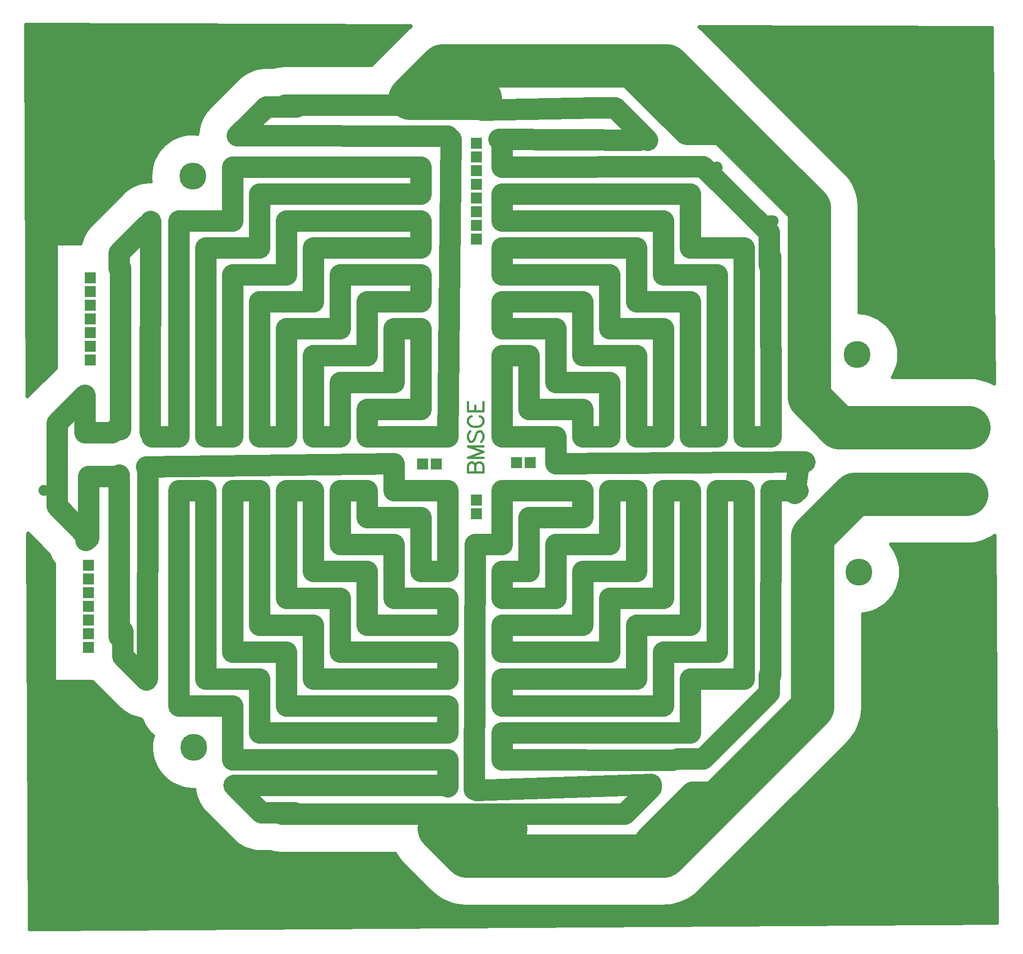
<source format=gbr>
G04 DipTrace 2.4.0.2*
%INTopshortlead.gbr*%
%MOIN*%
%ADD13C,0.0394*%
%ADD14C,0.1575*%
%ADD15C,0.315*%
%ADD16C,0.1969*%
%ADD17C,0.025*%
%ADD18C,0.0787*%
%ADD19R,0.0787X0.0787*%
%ADD20R,0.0591X0.0591*%
%ADD21C,0.0591*%
%ADD35C,0.017*%
%FSLAX44Y44*%
G04*
G70*
G90*
G75*
G01*
%LNTop*%
%LPD*%
X19314Y14563D2*
D13*
X19501D1*
D14*
X21501Y12563D1*
X23939D1*
D13*
X24595Y11907D1*
X24689Y12000D1*
X19751Y62006D2*
D14*
X21876Y64131D1*
X24064D1*
X23939Y64256D1*
X39378Y11375D2*
D15*
X34503D1*
X36503Y9375D1*
X50942D1*
X61818Y20251D1*
Y32753D1*
X64881Y35815D1*
X73069D1*
X37503Y64756D2*
X32377D1*
X34753Y67131D1*
X51192D1*
X61568Y56755D1*
Y42879D1*
X63756Y40691D1*
X73257D1*
X60505Y35878D2*
D14*
X60818Y38003D1*
X53130Y59755D2*
X53817D1*
X58630Y54942D1*
Y52567D1*
X58755Y52692D1*
X51942Y16501D2*
X53817D1*
X58630Y21314D1*
Y22626D1*
X58755Y22751D1*
Y24377D1*
X46066Y12438D2*
X48067D1*
X50004Y14376D1*
X11125Y52317D2*
Y53442D1*
X13125Y55442D1*
X13250D1*
X11375Y25814D2*
Y24002D1*
X13125Y22251D1*
X45879Y64068D2*
X47379D1*
X49754Y61693D1*
X49629Y10688D2*
X53005Y14063D1*
X54505D1*
X48754Y66194D2*
D16*
X52630Y62318D1*
X55067D1*
X11063Y37128D2*
D14*
X8875D1*
Y32628D1*
X8688Y32440D1*
X11063Y40753D2*
X10625Y40316D1*
X8625D1*
Y43066D1*
X6562Y41003D1*
Y34940D1*
X8875Y32628D1*
X4339Y69883D2*
D17*
X32285D1*
X53659D2*
X74664D1*
X4339Y69634D2*
X32027D1*
X53917D2*
X74922D1*
X4339Y69385D2*
X31781D1*
X54163D2*
X74922D1*
X4343Y69137D2*
X31531D1*
X54413D2*
X74926D1*
X4343Y68888D2*
X31281D1*
X54663D2*
X74926D1*
X4343Y68639D2*
X31035D1*
X54909D2*
X74926D1*
X4343Y68391D2*
X30785D1*
X55159D2*
X74930D1*
X4347Y68142D2*
X30535D1*
X55409D2*
X74930D1*
X4347Y67893D2*
X30289D1*
X55655D2*
X74930D1*
X4347Y67645D2*
X30039D1*
X55905D2*
X74934D1*
X4347Y67396D2*
X29789D1*
X56155D2*
X74934D1*
X4347Y67147D2*
X23148D1*
X56401D2*
X74937D1*
X4351Y66899D2*
X21016D1*
X56651D2*
X74937D1*
X4351Y66650D2*
X20434D1*
X56901D2*
X74937D1*
X4351Y66401D2*
X20062D1*
X57148D2*
X74941D1*
X4351Y66152D2*
X19785D1*
X57398D2*
X74941D1*
X4355Y65904D2*
X19535D1*
X57648D2*
X74941D1*
X4355Y65655D2*
X19289D1*
X57894D2*
X74945D1*
X4355Y65406D2*
X19039D1*
X58144D2*
X74945D1*
X4355Y65158D2*
X18789D1*
X58394D2*
X74945D1*
X4359Y64909D2*
X18543D1*
X58640D2*
X74949D1*
X4359Y64660D2*
X18293D1*
X58890D2*
X74949D1*
X4359Y64412D2*
X18043D1*
X59140D2*
X74953D1*
X4359Y64163D2*
X17797D1*
X59386D2*
X74953D1*
X4362Y63914D2*
X17555D1*
X59636D2*
X74953D1*
X4362Y63666D2*
X17359D1*
X59886D2*
X74957D1*
X4362Y63417D2*
X17203D1*
X60132D2*
X74957D1*
X4362Y63168D2*
X17078D1*
X60382D2*
X74957D1*
X4366Y62920D2*
X16984D1*
X60632D2*
X74961D1*
X4366Y62671D2*
X16914D1*
X60878D2*
X74961D1*
X4366Y62422D2*
X16867D1*
X61128D2*
X74961D1*
X4366Y62173D2*
X16840D1*
X61378D2*
X74965D1*
X4370Y61925D2*
X15305D1*
X61624D2*
X74965D1*
X4370Y61676D2*
X14824D1*
X61874D2*
X74969D1*
X4370Y61427D2*
X14484D1*
X62124D2*
X74969D1*
X4370Y61179D2*
X14223D1*
X62370D2*
X74969D1*
X4370Y60930D2*
X14012D1*
X62620D2*
X74973D1*
X4374Y60681D2*
X13844D1*
X62870D2*
X74973D1*
X4374Y60433D2*
X13707D1*
X63116D2*
X74973D1*
X4374Y60184D2*
X13598D1*
X63366D2*
X74976D1*
X4374Y59935D2*
X13512D1*
X63616D2*
X74976D1*
X4378Y59687D2*
X13449D1*
X63862D2*
X74980D1*
X4378Y59438D2*
X13410D1*
X64112D2*
X74980D1*
X4378Y59189D2*
X13391D1*
X64351D2*
X74980D1*
X4378Y58941D2*
X13391D1*
X64550D2*
X74984D1*
X4382Y58692D2*
X13410D1*
X64722D2*
X74984D1*
X4382Y58443D2*
X12309D1*
X64862D2*
X74984D1*
X4382Y58194D2*
X11824D1*
X64980D2*
X74988D1*
X4382Y57946D2*
X11492D1*
X65073D2*
X74988D1*
X4386Y57697D2*
X11234D1*
X65148D2*
X74988D1*
X4386Y57448D2*
X11019D1*
X65206D2*
X74992D1*
X4386Y57200D2*
X10769D1*
X65245D2*
X74992D1*
X4386Y56951D2*
X10519D1*
X65265D2*
X74996D1*
X4390Y56702D2*
X10273D1*
X65273D2*
X74996D1*
X4390Y56454D2*
X10023D1*
X65273D2*
X74996D1*
X4390Y56205D2*
X9773D1*
X65273D2*
X75000D1*
X4390Y55956D2*
X9527D1*
X65273D2*
X75000D1*
X4390Y55708D2*
X9277D1*
X65273D2*
X75000D1*
X4394Y55459D2*
X9027D1*
X65273D2*
X75004D1*
X4394Y55210D2*
X8812D1*
X65273D2*
X75004D1*
X4394Y54962D2*
X8641D1*
X65273D2*
X75004D1*
X4394Y54713D2*
X8504D1*
X65273D2*
X75008D1*
X4398Y54464D2*
X8394D1*
X65273D2*
X75008D1*
X4398Y54215D2*
X8316D1*
X65273D2*
X75012D1*
X4398Y53967D2*
X6476D1*
X65273D2*
X75012D1*
X4398Y53718D2*
X6476D1*
X65273D2*
X75012D1*
X4401Y53469D2*
X6476D1*
X65273D2*
X75016D1*
X4401Y53221D2*
X6476D1*
X65273D2*
X75016D1*
X4401Y52972D2*
X6476D1*
X65273D2*
X75016D1*
X4401Y52723D2*
X6476D1*
X65273D2*
X75019D1*
X4405Y52475D2*
X6476D1*
X65273D2*
X75019D1*
X4405Y52226D2*
X6476D1*
X65273D2*
X75019D1*
X4405Y51977D2*
X6476D1*
X65273D2*
X75023D1*
X4405Y51729D2*
X6476D1*
X65273D2*
X75023D1*
X4409Y51480D2*
X6476D1*
X65273D2*
X75027D1*
X4409Y51231D2*
X6476D1*
X65273D2*
X75027D1*
X4409Y50983D2*
X6476D1*
X65273D2*
X75027D1*
X4409Y50734D2*
X6476D1*
X65273D2*
X75031D1*
X4413Y50485D2*
X6476D1*
X65273D2*
X75031D1*
X4413Y50236D2*
X6476D1*
X65273D2*
X75031D1*
X4413Y49988D2*
X6476D1*
X65273D2*
X75035D1*
X4413Y49739D2*
X6476D1*
X65273D2*
X75035D1*
X4413Y49490D2*
X6476D1*
X65273D2*
X75035D1*
X4417Y49242D2*
X6476D1*
X65273D2*
X75039D1*
X4417Y48993D2*
X6476D1*
X65866D2*
X75039D1*
X4417Y48744D2*
X6476D1*
X66515D2*
X75043D1*
X4417Y48496D2*
X6476D1*
X66917D2*
X75043D1*
X4421Y48247D2*
X6476D1*
X67214D2*
X75043D1*
X4421Y47998D2*
X6476D1*
X67452D2*
X75047D1*
X4421Y47750D2*
X6476D1*
X67640D2*
X75047D1*
X4421Y47501D2*
X6476D1*
X67792D2*
X75047D1*
X4425Y47252D2*
X6476D1*
X67917D2*
X75051D1*
X4425Y47004D2*
X6476D1*
X68015D2*
X75051D1*
X4425Y46755D2*
X6476D1*
X68089D2*
X75051D1*
X4425Y46506D2*
X6476D1*
X68140D2*
X75055D1*
X4429Y46257D2*
X6476D1*
X68171D2*
X75055D1*
X4429Y46009D2*
X6476D1*
X68183D2*
X75059D1*
X4429Y45760D2*
X6476D1*
X68171D2*
X75059D1*
X4429Y45511D2*
X6476D1*
X68140D2*
X75059D1*
X4433Y45263D2*
X6476D1*
X68089D2*
X75062D1*
X4433Y45014D2*
X6461D1*
X68019D2*
X75062D1*
X4433Y44765D2*
X6211D1*
X67921D2*
X75062D1*
X4433Y44517D2*
X5961D1*
X67800D2*
X75066D1*
X4437Y44268D2*
X5715D1*
X74140D2*
X75066D1*
X4437Y44019D2*
X5465D1*
X74847D2*
X75066D1*
X4437Y43771D2*
X5215D1*
X4437Y43522D2*
X4969D1*
X4437Y43273D2*
X4719D1*
X4480Y32828D2*
X4564D1*
X4480Y32580D2*
X4809D1*
X74843D2*
X75133D1*
X4480Y32331D2*
X5059D1*
X74273D2*
X75137D1*
X4480Y32082D2*
X5309D1*
X67609D2*
X75137D1*
X4484Y31834D2*
X5555D1*
X67792D2*
X75137D1*
X4484Y31585D2*
X5805D1*
X67941D2*
X75141D1*
X4484Y31336D2*
X5992D1*
X68058D2*
X75141D1*
X4484Y31088D2*
X6109D1*
X68151D2*
X75141D1*
X4484Y30839D2*
X6254D1*
X68222D2*
X75144D1*
X4487Y30590D2*
X6351D1*
X68273D2*
X75144D1*
X4487Y30341D2*
X6351D1*
X68300D2*
X75144D1*
X4487Y30093D2*
X6351D1*
X68308D2*
X75148D1*
X4487Y29844D2*
X6351D1*
X68292D2*
X75148D1*
X4491Y29595D2*
X6351D1*
X68261D2*
X75152D1*
X4491Y29347D2*
X6351D1*
X68206D2*
X75152D1*
X4491Y29098D2*
X6351D1*
X68128D2*
X75152D1*
X4491Y28849D2*
X6351D1*
X68030D2*
X75156D1*
X4495Y28601D2*
X6351D1*
X67901D2*
X75156D1*
X4495Y28352D2*
X6351D1*
X67745D2*
X75156D1*
X4495Y28103D2*
X6351D1*
X67550D2*
X75160D1*
X4495Y27855D2*
X6351D1*
X67308D2*
X75160D1*
X4499Y27606D2*
X6351D1*
X66999D2*
X75160D1*
X4499Y27357D2*
X6351D1*
X66581D2*
X75164D1*
X4499Y27109D2*
X6351D1*
X65866D2*
X75164D1*
X4499Y26860D2*
X6351D1*
X65523D2*
X75168D1*
X4503Y26611D2*
X6351D1*
X65523D2*
X75168D1*
X4503Y26362D2*
X6351D1*
X65523D2*
X75168D1*
X4503Y26114D2*
X6351D1*
X65523D2*
X75172D1*
X4503Y25865D2*
X6351D1*
X65523D2*
X75172D1*
X4507Y25616D2*
X6351D1*
X65523D2*
X75172D1*
X4507Y25368D2*
X6351D1*
X65523D2*
X75176D1*
X4507Y25119D2*
X6351D1*
X65523D2*
X75176D1*
X4507Y24870D2*
X6351D1*
X65523D2*
X75176D1*
X4507Y24622D2*
X6351D1*
X65523D2*
X75180D1*
X4511Y24373D2*
X6351D1*
X65523D2*
X75180D1*
X4511Y24124D2*
X6351D1*
X65523D2*
X75184D1*
X4511Y23876D2*
X6351D1*
X65523D2*
X75184D1*
X4511Y23627D2*
X6351D1*
X65523D2*
X75184D1*
X4515Y23378D2*
X6351D1*
X65523D2*
X75187D1*
X4515Y23130D2*
X6351D1*
X65523D2*
X75187D1*
X4515Y22881D2*
X6351D1*
X65523D2*
X75187D1*
X4515Y22632D2*
X6351D1*
X65523D2*
X75191D1*
X4519Y22383D2*
X6351D1*
X65523D2*
X75191D1*
X4519Y22135D2*
X6351D1*
X65523D2*
X75191D1*
X4519Y21886D2*
X9379D1*
X65523D2*
X75195D1*
X4519Y21637D2*
X9625D1*
X65523D2*
X75195D1*
X4523Y21389D2*
X9875D1*
X65523D2*
X75199D1*
X4523Y21140D2*
X10125D1*
X65523D2*
X75199D1*
X4523Y20891D2*
X10371D1*
X65523D2*
X75199D1*
X4523Y20643D2*
X10621D1*
X65523D2*
X75203D1*
X4526Y20394D2*
X10871D1*
X65523D2*
X75203D1*
X4526Y20145D2*
X11121D1*
X65519D2*
X75203D1*
X4526Y19897D2*
X11426D1*
X65503D2*
X75207D1*
X4526Y19648D2*
X11844D1*
X65472D2*
X75207D1*
X4530Y19399D2*
X12629D1*
X65421D2*
X75207D1*
X4530Y19150D2*
X12820D1*
X65355D2*
X75211D1*
X4530Y18902D2*
X12945D1*
X65265D2*
X75211D1*
X4530Y18653D2*
X13109D1*
X65155D2*
X75215D1*
X4530Y18404D2*
X13312D1*
X65023D2*
X75215D1*
X4534Y18156D2*
X13566D1*
X64866D2*
X75215D1*
X4534Y17907D2*
X13508D1*
X64679D2*
X75219D1*
X4534Y17658D2*
X13469D1*
X64452D2*
X75219D1*
X4534Y17410D2*
X13453D1*
X64202D2*
X75219D1*
X4538Y17161D2*
X13453D1*
X63956D2*
X75223D1*
X4538Y16912D2*
X13476D1*
X63706D2*
X75223D1*
X4538Y16664D2*
X13519D1*
X63456D2*
X75223D1*
X4538Y16415D2*
X13586D1*
X63210D2*
X75226D1*
X4542Y16166D2*
X13672D1*
X62960D2*
X75226D1*
X4542Y15918D2*
X13785D1*
X62710D2*
X75230D1*
X4542Y15669D2*
X13926D1*
X62464D2*
X75230D1*
X4542Y15420D2*
X14098D1*
X62214D2*
X75230D1*
X4546Y15171D2*
X14316D1*
X61964D2*
X75234D1*
X4546Y14923D2*
X14586D1*
X61718D2*
X75234D1*
X4546Y14674D2*
X14937D1*
X61468D2*
X75234D1*
X4546Y14425D2*
X15445D1*
X61218D2*
X75238D1*
X4550Y14177D2*
X16613D1*
X60972D2*
X75238D1*
X4550Y13928D2*
X16656D1*
X60722D2*
X75238D1*
X4550Y13679D2*
X16723D1*
X60472D2*
X75242D1*
X4550Y13431D2*
X16816D1*
X60226D2*
X75242D1*
X4550Y13182D2*
X16937D1*
X59976D2*
X75246D1*
X4554Y12933D2*
X17090D1*
X59726D2*
X75246D1*
X4554Y12685D2*
X17277D1*
X59480D2*
X75246D1*
X4554Y12436D2*
X17516D1*
X59230D2*
X75250D1*
X4554Y12187D2*
X17766D1*
X58980D2*
X75250D1*
X4558Y11939D2*
X18012D1*
X58734D2*
X75250D1*
X4558Y11690D2*
X18262D1*
X58484D2*
X75254D1*
X4558Y11441D2*
X18512D1*
X58234D2*
X75254D1*
X4558Y11192D2*
X18758D1*
X57987D2*
X75254D1*
X4562Y10944D2*
X19008D1*
X57737D2*
X75258D1*
X4562Y10695D2*
X19258D1*
X57487D2*
X75258D1*
X4562Y10446D2*
X19508D1*
X57241D2*
X75262D1*
X4562Y10198D2*
X19812D1*
X56991D2*
X75262D1*
X4566Y9949D2*
X20242D1*
X56741D2*
X75262D1*
X4566Y9700D2*
X21074D1*
X56495D2*
X75266D1*
X4566Y9452D2*
X31344D1*
X56245D2*
X75266D1*
X4566Y9203D2*
X31508D1*
X55995D2*
X75266D1*
X4569Y8954D2*
X31707D1*
X55749D2*
X75269D1*
X4569Y8706D2*
X31945D1*
X55499D2*
X75269D1*
X4569Y8457D2*
X32195D1*
X55249D2*
X75269D1*
X4569Y8208D2*
X32441D1*
X55003D2*
X75273D1*
X4573Y7960D2*
X32691D1*
X54753D2*
X75273D1*
X4573Y7711D2*
X32941D1*
X54503D2*
X75277D1*
X4573Y7462D2*
X33187D1*
X54257D2*
X75277D1*
X4573Y7213D2*
X33437D1*
X54007D2*
X75277D1*
X4573Y6965D2*
X33687D1*
X53757D2*
X75281D1*
X4577Y6716D2*
X33937D1*
X53507D2*
X75281D1*
X4577Y6467D2*
X34226D1*
X53218D2*
X75281D1*
X4577Y6219D2*
X34590D1*
X52855D2*
X75285D1*
X4577Y5970D2*
X35086D1*
X52359D2*
X75285D1*
X4581Y5721D2*
X36055D1*
X51390D2*
X75285D1*
X4581Y5473D2*
X75289D1*
X4581Y5224D2*
X75289D1*
X4581Y4975D2*
X75293D1*
X4585Y4727D2*
X75293D1*
X4585Y4478D2*
X72348D1*
X4585Y4229D2*
X37035D1*
X13442Y58646D2*
X13420Y58867D1*
X13413Y59117D1*
X13428Y59367D1*
X13462Y59614D1*
X13516Y59858D1*
X13590Y60097D1*
X13683Y60329D1*
X13794Y60553D1*
X13923Y60767D1*
X14069Y60970D1*
X14230Y61161D1*
X14407Y61337D1*
X14598Y61499D1*
X14800Y61645D1*
X15014Y61774D1*
X15238Y61886D1*
X15470Y61979D1*
X15709Y62052D1*
X15953Y62107D1*
X16201Y62141D1*
X16450Y62155D1*
X16700Y62149D1*
X16859Y62134D1*
X16893Y62442D1*
X16942Y62688D1*
X17011Y62928D1*
X17101Y63161D1*
X17211Y63385D1*
X17339Y63600D1*
X17486Y63802D1*
X17707Y64050D1*
X19922Y66261D1*
X20114Y66422D1*
X20318Y66566D1*
X20534Y66691D1*
X20761Y66798D1*
X20995Y66884D1*
X21236Y66950D1*
X21482Y66995D1*
X21731Y67018D1*
X22412Y67022D1*
X22679Y67090D1*
X22926Y67130D1*
X23257Y67149D1*
X29581D1*
X29865Y67445D1*
X32242Y69819D1*
X32439Y69991D1*
X32444Y70032D1*
X4316Y70131D1*
X4318Y68757D1*
X4418Y42942D1*
X5048Y43578D1*
X6504Y45034D1*
X6503Y49126D1*
Y54126D1*
X8319D1*
X8366Y54304D1*
X8451Y54539D1*
X8555Y54766D1*
X8679Y54983D1*
X8821Y55188D1*
X8981Y55381D1*
X9611Y56017D1*
X11103Y57508D1*
X11263Y57700D1*
X11439Y57878D1*
X11630Y58040D1*
X11833Y58184D1*
X12049Y58311D1*
X12274Y58419D1*
X12508Y58506D1*
X12749Y58573D1*
X12995Y58619D1*
X13243Y58644D1*
X13443Y58648D1*
X16628Y14227D2*
X16414Y14229D1*
X16165Y14251D1*
X15918Y14294D1*
X15676Y14356D1*
X15440Y14437D1*
X15211Y14538D1*
X14991Y14656D1*
X14781Y14792D1*
X14583Y14944D1*
X14398Y15112D1*
X14227Y15295D1*
X14071Y15490D1*
X13932Y15698D1*
X13810Y15916D1*
X13706Y16143D1*
X13621Y16378D1*
X13555Y16619D1*
X13508Y16865D1*
X13482Y17113D1*
X13476Y17363D1*
X13490Y17612D1*
X13524Y17860D1*
X13593Y18153D1*
X13386Y18350D1*
X13221Y18538D1*
X13073Y18739D1*
X12943Y18953D1*
X12832Y19177D1*
X12768Y19334D1*
X12689Y19394D1*
X12443Y19442D1*
X12203Y19512D1*
X11970Y19601D1*
X11746Y19711D1*
X11531Y19840D1*
X11329Y19986D1*
X11081Y20207D1*
X9200Y22098D1*
X9122Y22129D1*
X6378D1*
X6382Y27124D1*
X6378Y27379D1*
X6382Y28124D1*
X6378Y28379D1*
Y30704D1*
X6275Y30848D1*
X6146Y31062D1*
X6037Y31286D1*
X5977Y31435D1*
X4471Y32944D1*
X4453Y32882D1*
X4562Y4004D1*
X5811Y4009D1*
X75319Y4499D1*
X75157Y32784D1*
X74913Y32632D1*
X74692Y32514D1*
X74464Y32412D1*
X74230Y32325D1*
X73990Y32254D1*
X73746Y32200D1*
X73499Y32162D1*
X73250Y32141D1*
X72569Y32137D1*
X67534D1*
X67640Y32011D1*
X67784Y31807D1*
X67912Y31592D1*
X68021Y31367D1*
X68112Y31134D1*
X68184Y30895D1*
X68237Y30651D1*
X68269Y30403D1*
X68281Y30127D1*
X68271Y29878D1*
X68241Y29629D1*
X68191Y29385D1*
X68121Y29145D1*
X68032Y28911D1*
X67924Y28686D1*
X67798Y28469D1*
X67656Y28264D1*
X67497Y28071D1*
X67323Y27892D1*
X67135Y27727D1*
X66935Y27577D1*
X66723Y27445D1*
X66501Y27330D1*
X66271Y27233D1*
X66033Y27156D1*
X65790Y27098D1*
X65500Y27055D1*
X65496Y26503D1*
X65494Y20126D1*
X65477Y19877D1*
X65443Y19629D1*
X65393Y19384D1*
X65326Y19144D1*
X65242Y18908D1*
X65143Y18679D1*
X65029Y18456D1*
X64899Y18242D1*
X64756Y18038D1*
X64599Y17843D1*
X64331Y17562D1*
X53453Y6687D1*
X53265Y6523D1*
X53066Y6372D1*
X52857Y6234D1*
X52639Y6112D1*
X52413Y6004D1*
X52181Y5912D1*
X51943Y5836D1*
X51700Y5776D1*
X51454Y5733D1*
X51206Y5706D1*
X50817Y5697D1*
X36378Y5699D1*
X36129Y5716D1*
X35881Y5750D1*
X35636Y5800D1*
X35395Y5867D1*
X35160Y5951D1*
X34930Y6050D1*
X34708Y6164D1*
X34494Y6294D1*
X34290Y6437D1*
X34095Y6594D1*
X33814Y6863D1*
X31815Y8864D1*
X31651Y9053D1*
X31499Y9252D1*
X31306Y9549D1*
X22882Y9552D1*
X22633Y9573D1*
X22387Y9616D1*
X22172Y9673D1*
X21376Y9675D1*
X21127Y9696D1*
X20881Y9739D1*
X20640Y9803D1*
X20405Y9888D1*
X20178Y9993D1*
X19961Y10117D1*
X19755Y10259D1*
X19563Y10418D1*
X18927Y11049D1*
X17371Y12609D1*
X17210Y12801D1*
X17066Y13005D1*
X16941Y13221D1*
X16834Y13447D1*
X16748Y13682D1*
X16682Y13923D1*
X16639Y14157D1*
X68154Y45879D2*
X68133Y45630D1*
X68093Y45383D1*
X68033Y45141D1*
X67953Y44904D1*
X67855Y44674D1*
X67738Y44453D1*
X67688Y44369D1*
X73382Y44367D1*
X73631Y44350D1*
X73879Y44316D1*
X74124Y44266D1*
X74364Y44198D1*
X74600Y44115D1*
X74829Y44016D1*
X75096Y43876D1*
X75055Y50623D1*
X74944Y69882D1*
X53550Y69957D1*
X53793Y69732D1*
X64256Y59266D1*
X64420Y59078D1*
X64571Y58879D1*
X64709Y58670D1*
X64831Y58452D1*
X64939Y58227D1*
X65031Y57994D1*
X65108Y57756D1*
X65167Y57514D1*
X65211Y57267D1*
X65237Y57019D1*
X65246Y56630D1*
Y49087D1*
X65516Y49059D1*
X65762Y49013D1*
X66003Y48947D1*
X66238Y48862D1*
X66465Y48758D1*
X66683Y48636D1*
X66891Y48497D1*
X67086Y48341D1*
X67269Y48170D1*
X67437Y47985D1*
X67589Y47787D1*
X67725Y47577D1*
X67844Y47357D1*
X67944Y47128D1*
X68026Y46892D1*
X68088Y46650D1*
X68130Y46404D1*
X68152Y46155D1*
X68154Y45879D1*
D16*
X16501Y59068D3*
X16563Y17313D3*
X65193Y30127D3*
X65068Y46004D3*
D19*
X37253Y54442D3*
Y55442D3*
Y56442D3*
Y57442D3*
Y58442D3*
Y59442D3*
Y60442D3*
Y61442D3*
X9000Y45629D3*
Y46629D3*
Y47629D3*
Y48629D3*
Y49629D3*
Y50629D3*
Y51629D3*
X8875Y24627D3*
Y25627D3*
Y26627D3*
Y27627D3*
Y28627D3*
Y29627D3*
Y30627D3*
D20*
Y24627D3*
D21*
Y25627D3*
Y26627D3*
Y27627D3*
Y28627D3*
Y29627D3*
Y30627D3*
D19*
X33315Y38003D3*
X34315D3*
X40191Y38128D3*
X41191D3*
X37253Y34378D3*
Y35378D3*
Y14188D2*
D14*
X50004Y14626D1*
X19501Y14563D2*
X34909Y14537D1*
X23007Y12440D2*
X34818D1*
X34446D2*
X46257D1*
X19751Y62006D2*
X35159Y61979D1*
X38878Y61756D2*
X49129Y61693D1*
X37633Y63883D2*
X45879Y64068D1*
X23257Y64258D2*
X35068D1*
X13493Y40034D2*
D18*
G02X13493Y40034I13J0D01*
G01*
X15474D2*
D14*
X13506D1*
X13493D2*
D18*
G02X13493Y40034I13J0D01*
G01*
X15461D2*
G02X15461Y40034I13J0D01*
G01*
X15474Y55782D2*
D14*
Y40034D1*
X15461D2*
D18*
G02X15461Y40034I13J0D01*
G01*
Y55782D2*
G02X15461Y55782I13J0D01*
G01*
X19411D2*
D14*
X15474D1*
X15461D2*
D18*
G02X15461Y55782I13J0D01*
G01*
X19398D2*
G02X19398Y55782I13J0D01*
G01*
X19411Y59719D2*
D14*
Y55782D1*
X19398D2*
D18*
G02X19398Y55782I13J0D01*
G01*
Y59719D2*
G02X19398Y59719I13J0D01*
G01*
X33191D2*
D14*
X19411D1*
X19398D2*
D18*
G02X19398Y59719I13J0D01*
G01*
X33178D2*
G02X33178Y59719I13J0D01*
G01*
X33191Y57751D2*
D14*
Y59719D1*
X33178D2*
D18*
G02X33178Y59719I13J0D01*
G01*
Y57751D2*
G02X33178Y57751I13J0D01*
G01*
X21380D2*
D14*
X33191D1*
X33178D2*
D18*
G02X33178Y57751I13J0D01*
G01*
X21367D2*
G02X21367Y57751I13J0D01*
G01*
X21380Y53814D2*
D14*
Y57751D1*
X21367D2*
D18*
G02X21367Y57751I13J0D01*
G01*
Y53814D2*
G02X21367Y53814I13J0D01*
G01*
X17443D2*
D14*
X21380D1*
X21367D2*
D18*
G02X21367Y53814I13J0D01*
G01*
X17430D2*
G02X17430Y53814I13J0D01*
G01*
X17443Y40034D2*
D14*
Y53814D1*
X17430D2*
D18*
G02X17430Y53814I13J0D01*
G01*
Y40034D2*
G02X17430Y40034I13J0D01*
G01*
X19411D2*
D14*
X17443D1*
X17430D2*
D18*
G02X17430Y40034I13J0D01*
G01*
X19398D2*
G02X19398Y40034I13J0D01*
G01*
X19411Y51845D2*
D14*
Y40034D1*
X19398D2*
D18*
G02X19398Y40034I13J0D01*
G01*
Y51845D2*
G02X19398Y51845I13J0D01*
G01*
X23348D2*
D14*
X19411D1*
X19398D2*
D18*
G02X19398Y51845I13J0D01*
G01*
X23335D2*
G02X23335Y51845I13J0D01*
G01*
X23348Y55782D2*
D14*
Y51845D1*
X23335D2*
D18*
G02X23335Y51845I13J0D01*
G01*
Y55782D2*
G02X23335Y55782I13J0D01*
G01*
X33191D2*
D14*
X23348D1*
X23335D2*
D18*
G02X23335Y55782I13J0D01*
G01*
X33178D2*
G02X33178Y55782I13J0D01*
G01*
X33191Y53814D2*
D14*
Y55782D1*
X33178D2*
D18*
G02X33178Y55782I13J0D01*
G01*
Y53814D2*
G02X33178Y53814I13J0D01*
G01*
X25317D2*
D14*
X33191D1*
X33178D2*
D18*
G02X33178Y53814I13J0D01*
G01*
X25304D2*
G02X25304Y53814I13J0D01*
G01*
X25317Y49877D2*
D14*
Y53814D1*
X25304D2*
D18*
G02X25304Y53814I13J0D01*
G01*
Y49877D2*
G02X25304Y49877I13J0D01*
G01*
X21380D2*
D14*
X25317D1*
X25304D2*
D18*
G02X25304Y49877I13J0D01*
G01*
X21367D2*
G02X21367Y49877I13J0D01*
G01*
X21380Y40034D2*
D14*
Y49877D1*
X21367D2*
D18*
G02X21367Y49877I13J0D01*
G01*
Y40034D2*
G02X21367Y40034I13J0D01*
G01*
X23348D2*
D14*
X21380D1*
X21367D2*
D18*
G02X21367Y40034I13J0D01*
G01*
X23335D2*
G02X23335Y40034I13J0D01*
G01*
X23348Y47908D2*
D14*
Y40034D1*
X23335D2*
D18*
G02X23335Y40034I13J0D01*
G01*
Y47908D2*
G02X23335Y47908I13J0D01*
G01*
X27285D2*
D14*
X23348D1*
X23335D2*
D18*
G02X23335Y47908I13J0D01*
G01*
X27272D2*
G02X27272Y47908I13J0D01*
G01*
X27285Y51845D2*
D14*
Y47908D1*
X27272D2*
D18*
G02X27272Y47908I13J0D01*
G01*
Y51845D2*
G02X27272Y51845I13J0D01*
G01*
X33191D2*
D14*
X27285D1*
X27272D2*
D18*
G02X27272Y51845I13J0D01*
G01*
X33178D2*
G02X33178Y51845I13J0D01*
G01*
X33191Y49877D2*
D14*
Y51845D1*
X33178D2*
D18*
G02X33178Y51845I13J0D01*
G01*
Y49877D2*
G02X33178Y49877I13J0D01*
G01*
X29254D2*
D14*
X33191D1*
X33178D2*
D18*
G02X33178Y49877I13J0D01*
G01*
X29241D2*
G02X29241Y49877I13J0D01*
G01*
X29254Y45940D2*
D14*
Y49877D1*
X29241D2*
D18*
G02X29241Y49877I13J0D01*
G01*
Y45940D2*
G02X29241Y45940I13J0D01*
G01*
X25317D2*
D14*
X29254D1*
X29241D2*
D18*
G02X29241Y45940I13J0D01*
G01*
X25304D2*
G02X25304Y45940I13J0D01*
G01*
X25317Y40034D2*
D14*
Y45940D1*
X25304D2*
D18*
G02X25304Y45940I13J0D01*
G01*
Y40034D2*
G02X25304Y40034I13J0D01*
G01*
X27285D2*
D14*
X25317D1*
X25304D2*
D18*
G02X25304Y40034I13J0D01*
G01*
X27272D2*
G02X27272Y40034I13J0D01*
G01*
X27285Y43971D2*
D14*
Y40034D1*
X27272D2*
D18*
G02X27272Y40034I13J0D01*
G01*
Y43971D2*
G02X27272Y43971I13J0D01*
G01*
X31222D2*
D14*
X27285D1*
X27272D2*
D18*
G02X27272Y43971I13J0D01*
G01*
X31209D2*
G02X31209Y43971I13J0D01*
G01*
X31222Y47908D2*
D14*
Y43971D1*
X31209D2*
D18*
G02X31209Y43971I13J0D01*
G01*
Y47908D2*
G02X31209Y47908I13J0D01*
G01*
X33191D2*
D14*
X31222D1*
X31209D2*
D18*
G02X31209Y47908I13J0D01*
G01*
X33178D2*
G02X33178Y47908I13J0D01*
G01*
X33191Y42003D2*
D14*
Y47908D1*
X33178D2*
D18*
G02X33178Y47908I13J0D01*
G01*
Y42003D2*
G02X33178Y42003I13J0D01*
G01*
X29254D2*
D14*
X33191D1*
X33178D2*
D18*
G02X33178Y42003I13J0D01*
G01*
X29241D2*
G02X29241Y42003I13J0D01*
G01*
X29254Y40034D2*
D14*
Y42003D1*
X29241D2*
D18*
G02X29241Y42003I13J0D01*
G01*
Y40034D2*
G02X29241Y40034I13J0D01*
G01*
X35159D2*
D14*
X29254D1*
X29241D2*
D18*
G02X29241Y40034I13J0D01*
G01*
X35146D2*
G02X35146Y40034I13J0D01*
G01*
X35159D2*
D14*
X35378Y61756D1*
X35146Y40034D2*
D18*
G02X35146Y40034I13J0D01*
G01*
X5619Y36097D2*
G02X5619Y36097I13J0D01*
G01*
G02X5619Y36097I13J0D01*
G01*
X35146Y14444D2*
G02X35146Y14444I13J0D01*
G01*
X35159Y16412D2*
D14*
Y14444D1*
X35146D2*
D18*
G02X35146Y14444I13J0D01*
G01*
Y16412D2*
G02X35146Y16412I13J0D01*
G01*
X19411D2*
D14*
X35159D1*
X35146D2*
D18*
G02X35146Y16412I13J0D01*
G01*
X19398D2*
G02X19398Y16412I13J0D01*
G01*
X19411Y20349D2*
D14*
Y16412D1*
X19398D2*
D18*
G02X19398Y16412I13J0D01*
G01*
Y20349D2*
G02X19398Y20349I13J0D01*
G01*
X15474D2*
D14*
X19411D1*
X19398D2*
D18*
G02X19398Y20349I13J0D01*
G01*
X15461D2*
G02X15461Y20349I13J0D01*
G01*
X15474Y36097D2*
D14*
Y20349D1*
X15461D2*
D18*
G02X15461Y20349I13J0D01*
G01*
Y36097D2*
G02X15461Y36097I13J0D01*
G01*
X17443D2*
D14*
X15474D1*
X15461D2*
D18*
G02X15461Y36097I13J0D01*
G01*
X17430D2*
G02X17430Y36097I13J0D01*
G01*
X17443Y22318D2*
D14*
Y36097D1*
X17430D2*
D18*
G02X17430Y36097I13J0D01*
G01*
Y22318D2*
G02X17430Y22318I13J0D01*
G01*
X21380D2*
D14*
X17443D1*
X17430D2*
D18*
G02X17430Y22318I13J0D01*
G01*
X21367D2*
G02X21367Y22318I13J0D01*
G01*
X21380Y18381D2*
D14*
Y22318D1*
X21367D2*
D18*
G02X21367Y22318I13J0D01*
G01*
Y18381D2*
G02X21367Y18381I13J0D01*
G01*
X35159D2*
D14*
X21380D1*
X21367D2*
D18*
G02X21367Y18381I13J0D01*
G01*
X35146D2*
G02X35146Y18381I13J0D01*
G01*
X35159Y20349D2*
D14*
Y18381D1*
X35146D2*
D18*
G02X35146Y18381I13J0D01*
G01*
Y20349D2*
G02X35146Y20349I13J0D01*
G01*
X23348D2*
D14*
X35159D1*
X35146D2*
D18*
G02X35146Y20349I13J0D01*
G01*
X23335D2*
G02X23335Y20349I13J0D01*
G01*
X23348Y24286D2*
D14*
Y20349D1*
X23335D2*
D18*
G02X23335Y20349I13J0D01*
G01*
Y24286D2*
G02X23335Y24286I13J0D01*
G01*
X19411D2*
D14*
X23348D1*
X23335D2*
D18*
G02X23335Y24286I13J0D01*
G01*
X19398D2*
G02X19398Y24286I13J0D01*
G01*
X19411Y36097D2*
D14*
Y24286D1*
X19398D2*
D18*
G02X19398Y24286I13J0D01*
G01*
Y36097D2*
G02X19398Y36097I13J0D01*
G01*
X21380D2*
D14*
X19411D1*
X19398D2*
D18*
G02X19398Y36097I13J0D01*
G01*
X21367D2*
G02X21367Y36097I13J0D01*
G01*
X21380Y26255D2*
D14*
Y36097D1*
X21367D2*
D18*
G02X21367Y36097I13J0D01*
G01*
Y26255D2*
G02X21367Y26255I13J0D01*
G01*
X25317D2*
D14*
X21380D1*
X21367D2*
D18*
G02X21367Y26255I13J0D01*
G01*
X25304D2*
G02X25304Y26255I13J0D01*
G01*
X25317Y22318D2*
D14*
Y26255D1*
X25304D2*
D18*
G02X25304Y26255I13J0D01*
G01*
Y22318D2*
G02X25304Y22318I13J0D01*
G01*
X35159D2*
D14*
X25317D1*
X25304D2*
D18*
G02X25304Y22318I13J0D01*
G01*
X35146D2*
G02X35146Y22318I13J0D01*
G01*
X35159Y24286D2*
D14*
Y22318D1*
X35146D2*
D18*
G02X35146Y22318I13J0D01*
G01*
Y24286D2*
G02X35146Y24286I13J0D01*
G01*
X27285D2*
D14*
X35159D1*
X35146D2*
D18*
G02X35146Y24286I13J0D01*
G01*
X27272D2*
G02X27272Y24286I13J0D01*
G01*
X27285Y28223D2*
D14*
Y24286D1*
X27272D2*
D18*
G02X27272Y24286I13J0D01*
G01*
Y28223D2*
G02X27272Y28223I13J0D01*
G01*
X23348D2*
D14*
X27285D1*
X27272D2*
D18*
G02X27272Y28223I13J0D01*
G01*
X23335D2*
G02X23335Y28223I13J0D01*
G01*
X23348Y36097D2*
D14*
Y28223D1*
X23335D2*
D18*
G02X23335Y28223I13J0D01*
G01*
Y36097D2*
G02X23335Y36097I13J0D01*
G01*
X25317D2*
D14*
X23348D1*
X23335D2*
D18*
G02X23335Y36097I13J0D01*
G01*
X25304D2*
G02X25304Y36097I13J0D01*
G01*
X25317Y30192D2*
D14*
Y36097D1*
X25304D2*
D18*
G02X25304Y36097I13J0D01*
G01*
Y30192D2*
G02X25304Y30192I13J0D01*
G01*
X29254D2*
D14*
X25317D1*
X25304D2*
D18*
G02X25304Y30192I13J0D01*
G01*
X29241D2*
G02X29241Y30192I13J0D01*
G01*
X29254Y26255D2*
D14*
Y30192D1*
X29241D2*
D18*
G02X29241Y30192I13J0D01*
G01*
Y26255D2*
G02X29241Y26255I13J0D01*
G01*
X35159D2*
D14*
X29254D1*
X29241D2*
D18*
G02X29241Y26255I13J0D01*
G01*
X35146D2*
G02X35146Y26255I13J0D01*
G01*
X35159Y28223D2*
D14*
Y26255D1*
X35146D2*
D18*
G02X35146Y26255I13J0D01*
G01*
Y28223D2*
G02X35146Y28223I13J0D01*
G01*
X31222D2*
D14*
X35159D1*
X35146D2*
D18*
G02X35146Y28223I13J0D01*
G01*
X31209D2*
G02X31209Y28223I13J0D01*
G01*
X31222Y32160D2*
D14*
Y28223D1*
X31209D2*
D18*
G02X31209Y28223I13J0D01*
G01*
Y32160D2*
G02X31209Y32160I13J0D01*
G01*
X27285D2*
D14*
X31222D1*
X31209D2*
D18*
G02X31209Y32160I13J0D01*
G01*
X27272D2*
G02X27272Y32160I13J0D01*
G01*
X27285Y36097D2*
D14*
Y32160D1*
X27272D2*
D18*
G02X27272Y32160I13J0D01*
G01*
Y36097D2*
G02X27272Y36097I13J0D01*
G01*
X29254D2*
D14*
X27285D1*
X27272D2*
D18*
G02X27272Y36097I13J0D01*
G01*
X29241D2*
G02X29241Y36097I13J0D01*
G01*
X29254Y34129D2*
D14*
Y36097D1*
X29241D2*
D18*
G02X29241Y36097I13J0D01*
G01*
Y34129D2*
G02X29241Y34129I13J0D01*
G01*
X33191D2*
D14*
X29254D1*
X29241D2*
D18*
G02X29241Y34129I13J0D01*
G01*
X33178D2*
G02X33178Y34129I13J0D01*
G01*
X33191Y30192D2*
D14*
Y34129D1*
X33178D2*
D18*
G02X33178Y34129I13J0D01*
G01*
Y30192D2*
G02X33178Y30192I13J0D01*
G01*
X35159D2*
D14*
X33191D1*
X33178D2*
D18*
G02X33178Y30192I13J0D01*
G01*
X35146D2*
G02X35146Y30192I13J0D01*
G01*
X35159Y36097D2*
D14*
Y30192D1*
X35146D2*
D18*
G02X35146Y30192I13J0D01*
G01*
Y36097D2*
G02X35146Y36097I13J0D01*
G01*
X31222D2*
D14*
X35159D1*
X35146D2*
D18*
G02X35146Y36097I13J0D01*
G01*
X31209D2*
G02X31209Y36097I13J0D01*
G01*
X31222Y38066D2*
D14*
Y36097D1*
X31209D2*
D18*
G02X31209Y36097I13J0D01*
G01*
Y38066D2*
G02X31209Y38066I13J0D01*
G01*
X13125Y37816D2*
D14*
X31222Y38066D1*
X31209D2*
D18*
G02X31209Y38066I13J0D01*
G01*
X60737Y36097D2*
G02X60737Y36097I13J0D01*
G01*
X58782D2*
D14*
X60750D1*
X60737D2*
D18*
G02X60737Y36097I13J0D01*
G01*
X58768D2*
G02X58768Y36097I13J0D01*
G01*
X58755Y22626D2*
D14*
X58782Y36097D1*
X58768D2*
D18*
G02X58768Y36097I13J0D01*
G01*
X13378Y40349D2*
D14*
X13404Y55758D1*
X13191Y22347D2*
X13217Y37756D1*
X11223Y40538D2*
Y52349D1*
X39096Y16412D2*
X51567Y16376D1*
X39083Y16412D2*
D18*
G02X39083Y16412I13J0D01*
G01*
X39096Y18381D2*
D14*
Y16412D1*
X39083D2*
D18*
G02X39083Y16412I13J0D01*
G01*
Y18381D2*
G02X39083Y18381I13J0D01*
G01*
X52876D2*
D14*
X39096D1*
X39083D2*
D18*
G02X39083Y18381I13J0D01*
G01*
X52863D2*
G02X52863Y18381I13J0D01*
G01*
X52876Y22318D2*
D14*
Y18381D1*
X52863D2*
D18*
G02X52863Y18381I13J0D01*
G01*
Y22318D2*
G02X52863Y22318I13J0D01*
G01*
X56813D2*
D14*
X52876D1*
X52863D2*
D18*
G02X52863Y22318I13J0D01*
G01*
X56800D2*
G02X56800Y22318I13J0D01*
G01*
X56813Y36097D2*
D14*
Y22318D1*
X56800D2*
D18*
G02X56800Y22318I13J0D01*
G01*
Y36097D2*
G02X56800Y36097I13J0D01*
G01*
X54845D2*
D14*
X56813D1*
X56800D2*
D18*
G02X56800Y36097I13J0D01*
G01*
X54831D2*
G02X54831Y36097I13J0D01*
G01*
X54845Y24286D2*
D14*
Y36097D1*
X54831D2*
D18*
G02X54831Y36097I13J0D01*
G01*
Y24286D2*
G02X54831Y24286I13J0D01*
G01*
X50908D2*
D14*
X54845D1*
X54831D2*
D18*
G02X54831Y24286I13J0D01*
G01*
X50894D2*
G02X50894Y24286I13J0D01*
G01*
X50908Y20349D2*
D14*
Y24286D1*
X50894D2*
D18*
G02X50894Y24286I13J0D01*
G01*
Y20349D2*
G02X50894Y20349I13J0D01*
G01*
X39096D2*
D14*
X50908D1*
X50894D2*
D18*
G02X50894Y20349I13J0D01*
G01*
X39083D2*
G02X39083Y20349I13J0D01*
G01*
X39096Y22318D2*
D14*
Y20349D1*
X39083D2*
D18*
G02X39083Y20349I13J0D01*
G01*
Y22318D2*
G02X39083Y22318I13J0D01*
G01*
X48939D2*
D14*
X39096D1*
X39083D2*
D18*
G02X39083Y22318I13J0D01*
G01*
X48926D2*
G02X48926Y22318I13J0D01*
G01*
X48939Y26255D2*
D14*
Y22318D1*
X48926D2*
D18*
G02X48926Y22318I13J0D01*
G01*
Y26255D2*
G02X48926Y26255I13J0D01*
G01*
X52876D2*
D14*
X48939D1*
X48926D2*
D18*
G02X48926Y26255I13J0D01*
G01*
X52863D2*
G02X52863Y26255I13J0D01*
G01*
X52876Y36097D2*
D14*
Y26255D1*
X52863D2*
D18*
G02X52863Y26255I13J0D01*
G01*
Y36097D2*
G02X52863Y36097I13J0D01*
G01*
X50908D2*
D14*
X52876D1*
X52863D2*
D18*
G02X52863Y36097I13J0D01*
G01*
X50894D2*
G02X50894Y36097I13J0D01*
G01*
X50908Y28223D2*
D14*
Y36097D1*
X50894D2*
D18*
G02X50894Y36097I13J0D01*
G01*
Y28223D2*
G02X50894Y28223I13J0D01*
G01*
X46971D2*
D14*
X50908D1*
X50894D2*
D18*
G02X50894Y28223I13J0D01*
G01*
X46957D2*
G02X46957Y28223I13J0D01*
G01*
X46971Y24286D2*
D14*
Y28223D1*
X46957D2*
D18*
G02X46957Y28223I13J0D01*
G01*
Y24286D2*
G02X46957Y24286I13J0D01*
G01*
X39096D2*
D14*
X46971D1*
X46957D2*
D18*
G02X46957Y24286I13J0D01*
G01*
X39083D2*
G02X39083Y24286I13J0D01*
G01*
X39096Y26255D2*
D14*
Y24286D1*
X39083D2*
D18*
G02X39083Y24286I13J0D01*
G01*
Y26255D2*
G02X39083Y26255I13J0D01*
G01*
X45002D2*
D14*
X39096D1*
X39083D2*
D18*
G02X39083Y26255I13J0D01*
G01*
X44989D2*
G02X44989Y26255I13J0D01*
G01*
X45002Y30192D2*
D14*
Y26255D1*
X44989D2*
D18*
G02X44989Y26255I13J0D01*
G01*
Y30192D2*
G02X44989Y30192I13J0D01*
G01*
X48939D2*
D14*
X45002D1*
X44989D2*
D18*
G02X44989Y30192I13J0D01*
G01*
X48926D2*
G02X48926Y30192I13J0D01*
G01*
X48939Y36097D2*
D14*
Y30192D1*
X48926D2*
D18*
G02X48926Y30192I13J0D01*
G01*
Y36097D2*
G02X48926Y36097I13J0D01*
G01*
X46971D2*
D14*
X48939D1*
X48926D2*
D18*
G02X48926Y36097I13J0D01*
G01*
X46957D2*
G02X46957Y36097I13J0D01*
G01*
X46971Y32160D2*
D14*
Y36097D1*
X46957D2*
D18*
G02X46957Y36097I13J0D01*
G01*
Y32160D2*
G02X46957Y32160I13J0D01*
G01*
X43034D2*
D14*
X46971D1*
X46957D2*
D18*
G02X46957Y32160I13J0D01*
G01*
X43020D2*
G02X43020Y32160I13J0D01*
G01*
X43034Y28223D2*
D14*
Y32160D1*
X43020D2*
D18*
G02X43020Y32160I13J0D01*
G01*
Y28223D2*
G02X43020Y28223I13J0D01*
G01*
X39096D2*
D14*
X43034D1*
X43020D2*
D18*
G02X43020Y28223I13J0D01*
G01*
X39083D2*
G02X39083Y28223I13J0D01*
G01*
X39096Y30192D2*
D14*
Y28223D1*
X39083D2*
D18*
G02X39083Y28223I13J0D01*
G01*
Y30192D2*
G02X39083Y30192I13J0D01*
G01*
X41065D2*
D14*
X39096D1*
X39083D2*
D18*
G02X39083Y30192I13J0D01*
G01*
X41052D2*
G02X41052Y30192I13J0D01*
G01*
X41065Y34129D2*
D14*
Y30192D1*
X41052D2*
D18*
G02X41052Y30192I13J0D01*
G01*
Y34129D2*
G02X41052Y34129I13J0D01*
G01*
X45002D2*
D14*
X41065D1*
X41052D2*
D18*
G02X41052Y34129I13J0D01*
G01*
X44989D2*
G02X44989Y34129I13J0D01*
G01*
X45002Y36097D2*
D14*
Y34129D1*
X44989D2*
D18*
G02X44989Y34129I13J0D01*
G01*
Y36097D2*
G02X44989Y36097I13J0D01*
G01*
X39096D2*
D14*
X45002D1*
X44989D2*
D18*
G02X44989Y36097I13J0D01*
G01*
X39083D2*
G02X39083Y36097I13J0D01*
G01*
X39096D2*
D14*
Y32160D1*
X39083D2*
D18*
G02X39083Y32160I13J0D01*
G01*
Y36097D2*
G02X39083Y36097I13J0D01*
G01*
X39096Y32160D2*
D14*
X37128D1*
X37115D2*
D18*
G02X37115Y32160I13J0D01*
G01*
X39083D2*
G02X39083Y32160I13J0D01*
G01*
X37128D2*
D14*
X37065Y14251D1*
X37115Y32160D2*
D18*
G02X37115Y32160I13J0D01*
G01*
X39083Y61688D2*
G02X39083Y61688I13J0D01*
G01*
X39096Y59719D2*
D14*
Y61688D1*
X39083D2*
D18*
G02X39083Y61688I13J0D01*
G01*
Y59719D2*
G02X39083Y59719I13J0D01*
G01*
X52880Y59755D2*
D14*
X39096Y59719D1*
X39083D2*
D18*
G02X39083Y59719I13J0D01*
G01*
X54831D2*
G02X54831Y59719I13J0D01*
G01*
G02X54831Y59719I13J0D01*
G01*
X58943Y55782D2*
Y55783D1*
Y55784D1*
Y55785D1*
Y55786D1*
Y55787D1*
Y55788D1*
Y55789D1*
Y55790D1*
Y55791D1*
Y55792D1*
Y55793D1*
Y55794D1*
Y55795D1*
Y55794D1*
Y55793D1*
Y55792D1*
Y55791D1*
Y55790D1*
Y55789D1*
Y55788D1*
Y55787D1*
Y55786D1*
Y55785D1*
Y55784D1*
Y55783D1*
Y55782D1*
Y55781D1*
Y55780D1*
Y55779D1*
Y55778D1*
Y55777D1*
Y55776D1*
Y55775D1*
Y55774D1*
Y55773D1*
Y55772D1*
Y55771D1*
Y55770D1*
Y55769D1*
Y55770D1*
Y55771D1*
Y55772D1*
Y55773D1*
Y55774D1*
Y55775D1*
Y55776D1*
Y55777D1*
Y55778D1*
Y55779D1*
Y55780D1*
Y55781D1*
Y55782D1*
X58782Y40034D2*
D14*
X58755Y53192D1*
X58630Y55782D2*
D18*
Y55783D1*
X58631Y55784D1*
X58632Y55785D1*
X58633Y55786D1*
X58635Y55787D1*
X58637D1*
X58640Y55788D1*
X58643Y55789D1*
X58646Y55790D1*
X58649Y55791D1*
X58653D1*
X58657Y55792D1*
X58662D1*
X58666Y55793D1*
X58671D1*
X58676Y55794D1*
X58682D1*
X58687Y55795D1*
X58693D1*
X58698D1*
X58704D1*
X58710D1*
X58715D1*
X58721D1*
X58727D1*
X58732D1*
X58738D1*
X58743Y55794D1*
X58748D1*
X58754Y55793D1*
X58758D1*
X58763Y55792D1*
X58767D1*
X58772Y55791D1*
X58775D1*
X58779Y55790D1*
X58782Y55789D1*
X58785Y55788D1*
X58788Y55787D1*
X58790D1*
X58791Y55786D1*
X58793Y55785D1*
X58794Y55784D1*
Y55783D1*
X58795Y55782D1*
X58794Y55781D1*
Y55780D1*
X58793Y55779D1*
X58791D1*
X58790Y55778D1*
X58788Y55777D1*
X58785Y55776D1*
X58782Y55775D1*
X58779Y55774D1*
X58775D1*
X58772Y55773D1*
X58767Y55772D1*
X58763D1*
X58758Y55771D1*
X58754D1*
X58748Y55770D1*
X58743D1*
X58738D1*
X58732Y55769D1*
X58727D1*
X58721D1*
X58715D1*
X58710D1*
X58704D1*
X58698D1*
X58693D1*
X58687Y55770D1*
X58682D1*
X58676D1*
X58671Y55771D1*
X58666D1*
X58662Y55772D1*
X58657D1*
X58653Y55773D1*
X58649Y55774D1*
X58646D1*
X58643Y55775D1*
X58640Y55776D1*
X58637Y55777D1*
X58635Y55778D1*
X58633Y55779D1*
X58632D1*
X58631Y55780D1*
X58630Y55781D1*
Y55782D1*
X58768Y40034D2*
G02X58768Y40034I13J0D01*
G01*
X56813D2*
D14*
X58782D1*
X58768D2*
D18*
G02X58768Y40034I13J0D01*
G01*
X56800D2*
G02X56800Y40034I13J0D01*
G01*
X56813Y53814D2*
D14*
Y40034D1*
X56800D2*
D18*
G02X56800Y40034I13J0D01*
G01*
Y53814D2*
G02X56800Y53814I13J0D01*
G01*
X52876D2*
D14*
X56813D1*
X56800D2*
D18*
G02X56800Y53814I13J0D01*
G01*
X52863D2*
G02X52863Y53814I13J0D01*
G01*
X52876Y57751D2*
D14*
Y53814D1*
X52863D2*
D18*
G02X52863Y53814I13J0D01*
G01*
Y57751D2*
G02X52863Y57751I13J0D01*
G01*
X39096D2*
D14*
X52876D1*
X52863D2*
D18*
G02X52863Y57751I13J0D01*
G01*
X39083D2*
G02X39083Y57751I13J0D01*
G01*
X39096Y55782D2*
D14*
Y57751D1*
X39083D2*
D18*
G02X39083Y57751I13J0D01*
G01*
Y55782D2*
G02X39083Y55782I13J0D01*
G01*
X50908D2*
D14*
X39096D1*
X39083D2*
D18*
G02X39083Y55782I13J0D01*
G01*
X50894D2*
G02X50894Y55782I13J0D01*
G01*
X50908Y51845D2*
D14*
Y55782D1*
X50894D2*
D18*
G02X50894Y55782I13J0D01*
G01*
Y51845D2*
G02X50894Y51845I13J0D01*
G01*
X54845D2*
D14*
X50908D1*
X50894D2*
D18*
G02X50894Y51845I13J0D01*
G01*
X54831D2*
G02X54831Y51845I13J0D01*
G01*
X54845Y40034D2*
D14*
Y51845D1*
X54831D2*
D18*
G02X54831Y51845I13J0D01*
G01*
Y40034D2*
G02X54831Y40034I13J0D01*
G01*
X52876D2*
D14*
X54845D1*
X54831D2*
D18*
G02X54831Y40034I13J0D01*
G01*
X52863D2*
G02X52863Y40034I13J0D01*
G01*
X52876Y49877D2*
D14*
Y40034D1*
X52863D2*
D18*
G02X52863Y40034I13J0D01*
G01*
Y49877D2*
G02X52863Y49877I13J0D01*
G01*
X48939D2*
D14*
X52876D1*
X52863D2*
D18*
G02X52863Y49877I13J0D01*
G01*
X48926D2*
G02X48926Y49877I13J0D01*
G01*
X48939Y53814D2*
D14*
Y49877D1*
X48926D2*
D18*
G02X48926Y49877I13J0D01*
G01*
Y53814D2*
G02X48926Y53814I13J0D01*
G01*
X39096D2*
D14*
X48939D1*
X48926D2*
D18*
G02X48926Y53814I13J0D01*
G01*
X39083D2*
G02X39083Y53814I13J0D01*
G01*
X39096Y51845D2*
D14*
Y53814D1*
X39083D2*
D18*
G02X39083Y53814I13J0D01*
G01*
Y51845D2*
G02X39083Y51845I13J0D01*
G01*
X46971D2*
D14*
X39096D1*
X39083D2*
D18*
G02X39083Y51845I13J0D01*
G01*
X46957D2*
G02X46957Y51845I13J0D01*
G01*
X46971Y47908D2*
D14*
Y51845D1*
X46957D2*
D18*
G02X46957Y51845I13J0D01*
G01*
Y47908D2*
G02X46957Y47908I13J0D01*
G01*
X50908D2*
D14*
X46971D1*
X46957D2*
D18*
G02X46957Y47908I13J0D01*
G01*
X50894D2*
G02X50894Y47908I13J0D01*
G01*
X50908Y40034D2*
D14*
Y47908D1*
X50894D2*
D18*
G02X50894Y47908I13J0D01*
G01*
Y40034D2*
G02X50894Y40034I13J0D01*
G01*
X48939D2*
D14*
X50908D1*
X50894D2*
D18*
G02X50894Y40034I13J0D01*
G01*
X48926D2*
G02X48926Y40034I13J0D01*
G01*
X48939Y45940D2*
D14*
Y40034D1*
X48926D2*
D18*
G02X48926Y40034I13J0D01*
G01*
Y45940D2*
G02X48926Y45940I13J0D01*
G01*
X45002D2*
D14*
X48939D1*
X48926D2*
D18*
G02X48926Y45940I13J0D01*
G01*
X44989D2*
G02X44989Y45940I13J0D01*
G01*
X45002Y49877D2*
D14*
Y45940D1*
X44989D2*
D18*
G02X44989Y45940I13J0D01*
G01*
Y49877D2*
G02X44989Y49877I13J0D01*
G01*
X39096D2*
D14*
X45002D1*
X44989D2*
D18*
G02X44989Y49877I13J0D01*
G01*
X39083D2*
G02X39083Y49877I13J0D01*
G01*
X39096Y47908D2*
D14*
Y49877D1*
X39083D2*
D18*
G02X39083Y49877I13J0D01*
G01*
Y47908D2*
G02X39083Y47908I13J0D01*
G01*
X43034D2*
D14*
X39096D1*
X39083D2*
D18*
G02X39083Y47908I13J0D01*
G01*
X43020D2*
G02X43020Y47908I13J0D01*
G01*
X43034Y43971D2*
D14*
Y47908D1*
X43020D2*
D18*
G02X43020Y47908I13J0D01*
G01*
Y43971D2*
G02X43020Y43971I13J0D01*
G01*
X46971D2*
D14*
X43034D1*
X43020D2*
D18*
G02X43020Y43971I13J0D01*
G01*
X46957D2*
G02X46957Y43971I13J0D01*
G01*
X46971Y40034D2*
D14*
Y43971D1*
X46957D2*
D18*
G02X46957Y43971I13J0D01*
G01*
Y40034D2*
G02X46957Y40034I13J0D01*
G01*
X45002D2*
D14*
X46971D1*
X46957D2*
D18*
G02X46957Y40034I13J0D01*
G01*
X44989D2*
G02X44989Y40034I13J0D01*
G01*
X45002Y42003D2*
D14*
Y40034D1*
X44989D2*
D18*
G02X44989Y40034I13J0D01*
G01*
Y42003D2*
G02X44989Y42003I13J0D01*
G01*
X41065D2*
D14*
X45002D1*
X44989D2*
D18*
G02X44989Y42003I13J0D01*
G01*
X41052D2*
G02X41052Y42003I13J0D01*
G01*
X41065Y45940D2*
D14*
Y42003D1*
X41052D2*
D18*
G02X41052Y42003I13J0D01*
G01*
Y45940D2*
G02X41052Y45940I13J0D01*
G01*
X39096D2*
D14*
X41065D1*
X41052D2*
D18*
G02X41052Y45940I13J0D01*
G01*
X39083D2*
G02X39083Y45940I13J0D01*
G01*
X39096Y40034D2*
D14*
Y45940D1*
X39083D2*
D18*
G02X39083Y45940I13J0D01*
G01*
Y40034D2*
G02X39083Y40034I13J0D01*
G01*
X43034D2*
D14*
X39096D1*
X39083D2*
D18*
G02X39083Y40034I13J0D01*
G01*
X43020D2*
G02X43020Y40034I13J0D01*
G01*
X43034Y38066D2*
D14*
Y40034D1*
X43020D2*
D18*
G02X43020Y40034I13J0D01*
G01*
Y38066D2*
G02X43020Y38066I13J0D01*
G01*
X61256Y38191D2*
D14*
X43034Y38066D1*
X43020D2*
D18*
G02X43020Y38066I13J0D01*
G01*
X11098Y25411D2*
D14*
Y37222D1*
X36626Y37410D2*
D35*
X37731D1*
Y37884D1*
X37678Y38042D1*
X37625Y38094D1*
X37521Y38147D1*
X37363D1*
X37257Y38094D1*
X37205Y38042D1*
X37152Y37884D1*
X37099Y38042D1*
X37047Y38094D1*
X36942Y38147D1*
X36836D1*
X36732Y38094D1*
X36678Y38042D1*
X36626Y37884D1*
Y37410D1*
X37152D2*
Y37884D1*
X37731Y39328D2*
X36626D1*
X37731Y38907D1*
X36626Y38486D1*
X37731D1*
X36784Y40404D2*
X36678Y40300D1*
X36626Y40142D1*
Y39931D1*
X36678Y39773D1*
X36784Y39667D1*
X36889D1*
X36994Y39721D1*
X37047Y39773D1*
X37099Y39878D1*
X37205Y40194D1*
X37257Y40300D1*
X37311Y40352D1*
X37415Y40404D1*
X37573D1*
X37678Y40300D1*
X37731Y40142D1*
Y39931D1*
X37678Y39773D1*
X37573Y39667D1*
X36889Y41533D2*
X36784Y41481D1*
X36678Y41375D1*
X36626Y41270D1*
Y41060D1*
X36678Y40954D1*
X36784Y40850D1*
X36889Y40796D1*
X37047Y40744D1*
X37311D1*
X37467Y40796D1*
X37573Y40850D1*
X37678Y40954D1*
X37731Y41060D1*
Y41270D1*
X37678Y41375D1*
X37573Y41481D1*
X37467Y41533D1*
X36626Y42556D2*
Y41873D1*
X37731D1*
Y42556D1*
X37152Y41873D2*
Y42293D1*
M02*

</source>
